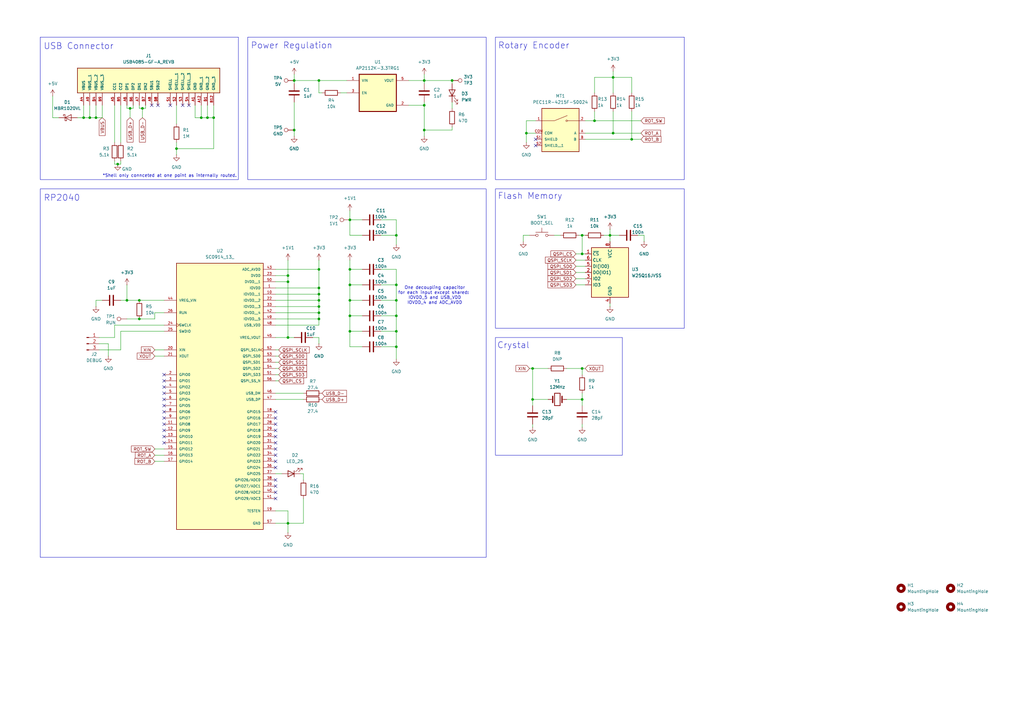
<source format=kicad_sch>
(kicad_sch (version 20231120) (generator "eeschema") (generator_version "8.0")
  (paper "A3")
  (title_block (title "RP2040 Volume Knob") (date "2024-09-22") (company "Jackson Yann"))
  (lib_symbols
    (symbol "AP2112K-3.3TRG1:AP2112K-3.3TRG1" (pin_names (offset 1.016))
      (property "Reference" "U" (at -7.663 8.6476 0))
      (property "Value" "AP2112K-3.3TRG1" (at -7.6489 -11.6507 0))
      (symbol "AP2112K-3.3TRG1_0_0"
        (pin power_in line (at -12.7 5.08 0) (length 5.08) (name "VIN") (number "1"))
        (pin power_in line (at 12.7 -5.08 180) (length 5.08) (name "GND") (number "2"))
        (pin input line (at -12.7 0 0) (length 5.08) (name "EN") (number "3"))
        (pin power_in line (at 12.7 5.08 180) (length 5.08) (name "VOUT") (number "5"))
      )
    )
    (symbol "Connector:Conn_01x03_Pin" (pin_names (offset 1.016) hide)
      (property "Reference" "J" (at 0 5.08 0))
      (property "Value" "Conn_01x03_Pin" (at 0 -5.08 0))
      (symbol "Conn_01x03_Pin_1_1"
        (pin passive line (at 5.08 2.54 180) (length 3.81) (name "Pin_1") (number "1"))
        (pin passive line (at 5.08 0 180) (length 3.81) (name "Pin_2") (number "2"))
        (pin passive line (at 5.08 -2.54 180) (length 3.81) (name "Pin_3") (number "3"))
      )
    )
    (symbol "Connector:TestPoint" (pin_numbers hide) (pin_names (offset 0.762) hide)
      (property "Reference" "TP" (at 0 6.858 0))
      (property "Value" "TestPoint" (at 0 5.08 0))
      (symbol "TestPoint_1_1"
        (pin passive line (at 0 0 90) (length 2.54) (name "1") (number "1"))
      )
    )
    (symbol "Device:C" (pin_numbers hide) (pin_names (offset 0.254))
      (property "Reference" "C" (at 0.635 2.54 0))
      (property "Value" "C" (at 0.635 -2.54 0))
      (symbol "C_1_1"
        (pin passive line (at 0 3.81 270) (length 2.794) (name "~") (number "1"))
        (pin passive line (at 0 -3.81 90) (length 2.794) (name "~") (number "2"))
      )
    )
    (symbol "Device:Crystal" (pin_numbers hide) (pin_names (offset 1.016) hide)
      (property "Reference" "Y" (at 0 3.81 0))
      (property "Value" "Crystal" (at 0 -3.81 0))
      (symbol "Crystal_1_1"
        (pin passive line (at -3.81 0 0) (length 1.27) (name "1") (number "1"))
        (pin passive line (at 3.81 0 180) (length 1.27) (name "2") (number "2"))
      )
    )
    (symbol "Device:LED" (pin_numbers hide) (pin_names (offset 1.016) hide)
      (property "Reference" "D" (at 0 2.54 0))
      (property "Value" "LED" (at 0 -2.54 0))
      (symbol "LED_1_1"
        (pin passive line (at -3.81 0 0) (length 2.54) (name "K") (number "1"))
        (pin passive line (at 3.81 0 180) (length 2.54) (name "A") (number "2"))
      )
    )
    (symbol "Device:R" (pin_numbers hide) (pin_names (offset 0))
      (property "Reference" "R" (at 2.032 0 90))
      (property "Value" "R" (at 0 0 90))
      (symbol "R_1_1"
        (pin passive line (at 0 3.81 270) (length 1.27) (name "~") (number "1"))
        (pin passive line (at 0 -3.81 90) (length 1.27) (name "~") (number "2"))
      )
    )
    (symbol "Diode:MBR1020VL" (pin_numbers hide) (pin_names hide)
      (property "Reference" "D" (at 0 2.54 0))
      (property "Value" "MBR1020VL" (at 0 -2.54 0))
      (symbol "MBR1020VL_1_1"
        (pin passive line (at -3.81 0 0) (length 2.54) (name "K") (number "1"))
        (pin passive line (at 3.81 0 180) (length 2.54) (name "A") (number "2"))
      )
    )
    (symbol "Mechanical:MountingHole" (pin_names (offset 1.016)) (exclude_from_sim yes) (in_bom no)
      (property "Reference" "H" (at 0 5.08 0))
      (property "Value" "MountingHole" (at 0 3.175 0))
    )
    (symbol "Memory_Flash:W25Q16JVSS"
      (property "Reference" "U" (at -6.35 11.43 0))
      (property "Value" "W25Q16JVSS" (at 7.62 11.43 0))
      (symbol "W25Q16JVSS_1_1"
        (pin input line (at -10.16 7.62 0) (length 2.54) (name "~{CS}") (number "1"))
        (pin bidirectional line (at -10.16 0 0) (length 2.54) (name "DO(IO1)") (number "2"))
        (pin bidirectional line (at -10.16 -2.54 0) (length 2.54) (name "IO2") (number "3"))
        (pin power_in line (at 0 -12.7 90) (length 2.54) (name "GND") (number "4"))
        (pin bidirectional line (at -10.16 2.54 0) (length 2.54) (name "DI(IO0)") (number "5"))
        (pin input line (at -10.16 5.08 0) (length 2.54) (name "CLK") (number "6"))
        (pin bidirectional line (at -10.16 -5.08 0) (length 2.54) (name "IO3") (number "7"))
        (pin power_in line (at 0 12.7 270) (length 2.54) (name "VCC") (number "8"))
      )
    )
    (symbol "PEC11R-4215F-S0024:PEC11R-4215F-S0024" (pin_names (offset 1.016))
      (property "Reference" "MT" (at -7.62 8.89 0))
      (property "Value" "PEC11R-4215F-S0024" (at -7.62 -11.43 0))
      (symbol "PEC11R-4215F-S0024_0_0"
        (pin passive line (at -10.16 2.54 0) (length 2.54) (name "~") (number "1"))
        (pin passive line (at 10.16 2.54 180) (length 2.54) (name "~") (number "2"))
        (pin passive line (at 10.16 -2.54 180) (length 2.54) (name "A") (number "A"))
        (pin passive line (at 10.16 -5.08 180) (length 2.54) (name "B") (number "B"))
        (pin passive line (at -10.16 -2.54 0) (length 2.54) (name "COM") (number "COM"))
        (pin passive line (at -10.16 -5.08 0) (length 2.54) (name "SHIELD") (number "S1"))
        (pin passive line (at -10.16 -7.62 0) (length 2.54) (name "SHIELD__1") (number "S2"))
      )
    )
    (symbol "RP2040:SC0914_13_" (pin_names (offset 1.016))
      (property "Reference" "U" (at -17.78 49.022 0))
      (property "Value" "SC0914_13_" (at -17.78 -63.5 0))
      (symbol "SC0914_13__0_0"
        (pin power_in line (at 22.86 38.1 180) (length 5.08) (name "IOVDD") (number "1"))
        (pin power_in line (at 22.86 35.56 180) (length 5.08) (name "IOVDD__1") (number "10"))
        (pin bidirectional line (at -22.86 -17.78 0) (length 5.08) (name "GPIO8") (number "11"))
        (pin bidirectional line (at -22.86 -20.32 0) (length 5.08) (name "GPIO9") (number "12"))
        (pin bidirectional line (at -22.86 -22.86 0) (length 5.08) (name "GPIO10") (number "13"))
        (pin bidirectional line (at -22.86 -25.4 0) (length 5.08) (name "GPIO11") (number "14"))
        (pin bidirectional line (at -22.86 -27.94 0) (length 5.08) (name "GPIO12") (number "15"))
        (pin bidirectional line (at -22.86 -30.48 0) (length 5.08) (name "GPIO13") (number "16"))
        (pin bidirectional line (at -22.86 -33.02 0) (length 5.08) (name "GPIO14") (number "17"))
        (pin bidirectional line (at 22.86 -12.7 180) (length 5.08) (name "GPIO15") (number "18"))
        (pin passive line (at 22.86 -53.34 180) (length 5.08) (name "TESTEN") (number "19"))
        (pin bidirectional line (at -22.86 2.54 0) (length 5.08) (name "GPIO0") (number "2"))
        (pin input line (at -22.86 12.7 0) (length 5.08) (name "XIN") (number "20"))
        (pin output line (at -22.86 10.16 0) (length 5.08) (name "XOUT") (number "21"))
        (pin power_in line (at 22.86 33.02 180) (length 5.08) (name "IOVDD__2") (number "22"))
        (pin power_in line (at 22.86 43.18 180) (length 5.08) (name "DVDD") (number "23"))
        (pin input clock (at -22.86 22.86 0) (length 5.08) (name "SWCLK") (number "24"))
        (pin bidirectional line (at -22.86 20.32 0) (length 5.08) (name "SWDIO") (number "25"))
        (pin input line (at -22.86 27.94 0) (length 5.08) (name "RUN") (number "26"))
        (pin bidirectional line (at 22.86 -15.24 180) (length 5.08) (name "GPIO16") (number "27"))
        (pin bidirectional line (at 22.86 -17.78 180) (length 5.08) (name "GPIO17") (number "28"))
        (pin bidirectional line (at 22.86 -20.32 180) (length 5.08) (name "GPIO18") (number "29"))
        (pin bidirectional line (at -22.86 0 0) (length 5.08) (name "GPIO1") (number "3"))
        (pin bidirectional line (at 22.86 -22.86 180) (length 5.08) (name "GPIO19") (number "30"))
        (pin bidirectional line (at 22.86 -25.4 180) (length 5.08) (name "GPIO20") (number "31"))
        (pin bidirectional line (at 22.86 -27.94 180) (length 5.08) (name "GPIO21") (number "32"))
        (pin power_in line (at 22.86 30.48 180) (length 5.08) (name "IOVDD__3") (number "33"))
        (pin bidirectional line (at 22.86 -30.48 180) (length 5.08) (name "GPIO22") (number "34"))
        (pin bidirectional line (at 22.86 -33.02 180) (length 5.08) (name "GPIO23") (number "35"))
        (pin bidirectional line (at 22.86 -35.56 180) (length 5.08) (name "GPIO24") (number "36"))
        (pin bidirectional line (at 22.86 -38.1 180) (length 5.08) (name "GPIO25") (number "37"))
        (pin bidirectional line (at 22.86 -40.64 180) (length 5.08) (name "GPIO26/ADC0") (number "38"))
        (pin bidirectional line (at 22.86 -43.18 180) (length 5.08) (name "GPIO27/ADC1") (number "39"))
        (pin bidirectional line (at -22.86 -2.54 0) (length 5.08) (name "GPIO2") (number "4"))
        (pin bidirectional line (at 22.86 -45.72 180) (length 5.08) (name "GPIO28/ADC2") (number "40"))
        (pin bidirectional line (at 22.86 -48.26 180) (length 5.08) (name "GPIO29/ADC3") (number "41"))
        (pin power_in line (at 22.86 27.94 180) (length 5.08) (name "IOVDD__4") (number "42"))
        (pin power_in line (at 22.86 45.72 180) (length 5.08) (name "ADC_AVDD") (number "43"))
        (pin input line (at -22.86 33.02 0) (length 5.08) (name "VREG_VIN") (number "44"))
        (pin output line (at 22.86 17.78 180) (length 5.08) (name "VREG_VOUT") (number "45"))
        (pin bidirectional line (at 22.86 -5.08 180) (length 5.08) (name "USB_DM") (number "46"))
        (pin bidirectional line (at 22.86 -7.62 180) (length 5.08) (name "USB_DP") (number "47"))
        (pin power_in line (at 22.86 22.86 180) (length 5.08) (name "USB_VDD") (number "48"))
        (pin power_in line (at 22.86 25.4 180) (length 5.08) (name "IOVDD__5") (number "49"))
        (pin bidirectional line (at -22.86 -5.08 0) (length 5.08) (name "GPIO3") (number "5"))
        (pin power_in line (at 22.86 40.64 180) (length 5.08) (name "DVDD__1") (number "50"))
        (pin bidirectional line (at 22.86 2.54 180) (length 5.08) (name "QSPI_SD3") (number "51"))
        (pin bidirectional clock (at 22.86 12.7 180) (length 5.08) (name "QSPI_SCLK") (number "52"))
        (pin bidirectional line (at 22.86 10.16 180) (length 5.08) (name "QSPI_SD0") (number "53"))
        (pin bidirectional line (at 22.86 5.08 180) (length 5.08) (name "QSPI_SD2") (number "54"))
        (pin bidirectional line (at 22.86 7.62 180) (length 5.08) (name "QSPI_SD1") (number "55"))
        (pin bidirectional line (at 22.86 0 180) (length 5.08) (name "QSPI_SS_N") (number "56"))
        (pin power_in line (at 22.86 -58.42 180) (length 5.08) (name "GND") (number "57"))
        (pin bidirectional line (at -22.86 -7.62 0) (length 5.08) (name "GPIO4") (number "6"))
        (pin bidirectional line (at -22.86 -10.16 0) (length 5.08) (name "GPIO5") (number "7"))
        (pin bidirectional line (at -22.86 -12.7 0) (length 5.08) (name "GPIO6") (number "8"))
        (pin bidirectional line (at -22.86 -15.24 0) (length 5.08) (name "GPIO7") (number "9"))
      )
    )
    (symbol "Switch:SW_Push" (pin_numbers hide) (pin_names (offset 1.016) hide)
      (property "Reference" "SW" (at 1.27 2.54 0))
      (property "Value" "SW_Push" (at 0 -1.524 0))
      (symbol "SW_Push_0_1"
        (pin passive line (at -5.08 0 0) (length 2.54) (name "1") (number "1"))
        (pin passive line (at 5.08 0 180) (length 2.54) (name "2") (number "2"))
      )
    )
    (symbol "USB4085-GF-A_REVB:USB4085-GF-A_REVB" (pin_names (offset 1.016))
      (property "Reference" "J" (at -5.08 18.288 0))
      (property "Value" "USB4085-GF-A_REVB" (at -5.08 -43.18 0))
      (symbol "USB4085-GF-A_REVB_0_0"
        (pin power_in line (at -10.16 -30.48 0) (length 5.08) (name "GND") (number "A1"))
        (pin power_in line (at -10.16 -33.02 0) (length 5.08) (name "GND__1") (number "A12"))
        (pin power_in line (at -10.16 15.24 0) (length 5.08) (name "VBUS") (number "A4"))
        (pin bidirectional line (at -10.16 2.54 0) (length 5.08) (name "CC1") (number "A5"))
        (pin bidirectional line (at -10.16 -2.54 0) (length 5.08) (name "DP1") (number "A6"))
        (pin bidirectional line (at -10.16 -7.62 0) (length 5.08) (name "DN1") (number "A7"))
        (pin bidirectional line (at -10.16 -12.7 0) (length 5.08) (name "SBU1") (number "A8"))
        (pin power_in line (at -10.16 12.7 0) (length 5.08) (name "VBUS__1") (number "A9"))
        (pin power_in line (at -10.16 -35.56 0) (length 5.08) (name "GND__2") (number "B1"))
        (pin power_in line (at -10.16 -38.1 0) (length 5.08) (name "GND__3") (number "B12"))
        (pin power_in line (at -10.16 10.16 0) (length 5.08) (name "VBUS__2") (number "B4"))
        (pin bidirectional line (at -10.16 0 0) (length 5.08) (name "CC2") (number "B5"))
        (pin bidirectional line (at -10.16 -5.08 0) (length 5.08) (name "DP2") (number "B6"))
        (pin bidirectional line (at -10.16 -10.16 0) (length 5.08) (name "DN2") (number "B7"))
        (pin bidirectional line (at -10.16 -15.24 0) (length 5.08) (name "SBU2") (number "B8"))
        (pin power_in line (at -10.16 7.62 0) (length 5.08) (name "VBUS__3") (number "B9"))
        (pin passive line (at -10.16 -20.32 0) (length 5.08) (name "SHELL") (number "S1"))
        (pin passive line (at -10.16 -22.86 0) (length 5.08) (name "SHELL__1") (number "S2"))
        (pin passive line (at -10.16 -25.4 0) (length 5.08) (name "SHELL__2") (number "S3"))
        (pin passive line (at -10.16 -27.94 0) (length 5.08) (name "SHELL__3") (number "S4"))
      )
    )
    (symbol "power:+1V1" (power) (pin_numbers hide) (pin_names (offset 0) hide)
      (property "Value" "+1V1" (at 0 3.556 0))
      (symbol "+1V1_1_1"
        (pin power_in line (at 0 0 90) (length 0) (name "~") (number "1"))
      )
    )
    (symbol "power:+3V3" (power) (pin_numbers hide) (pin_names (offset 0) hide)
      (property "Value" "+3V3" (at 0 3.556 0))
      (symbol "+3V3_1_1"
        (pin power_in line (at 0 0 90) (length 0) (name "~") (number "1"))
      )
    )
    (symbol "power:+5V" (power) (pin_numbers hide) (pin_names (offset 0) hide)
      (property "Value" "+5V" (at 0 3.556 0))
      (symbol "+5V_1_1"
        (pin power_in line (at 0 0 90) (length 0) (name "~") (number "1"))
      )
    )
    (symbol "power:GND" (power) (pin_numbers hide) (pin_names (offset 0) hide)
      (property "Value" "GND" (at 0 -3.81 0))
      (symbol "GND_1_1"
        (pin power_in line (at 0 0 270) (length 0) (name "~") (number "1"))
      )
    )
  )
  (junction (at 57.15 123.19))
  (junction (at 250.19 96.52))
  (junction (at 143.51 123.19))
  (junction (at 238.76 151.13))
  (junction (at 238.76 163.83))
  (junction (at 162.56 129.54))
  (junction (at 87.63 48.26))
  (junction (at 130.81 123.19))
  (junction (at 238.76 104.14))
  (junction (at 173.99 53.34))
  (junction (at 130.81 110.49))
  (junction (at 72.39 60.96))
  (junction (at 130.81 128.27))
  (junction (at 48.26 67.31))
  (junction (at 82.55 48.26))
  (junction (at 218.44 151.13))
  (junction (at 218.44 163.83))
  (junction (at 143.51 110.49))
  (junction (at 130.81 130.81))
  (junction (at 120.65 33.02))
  (junction (at 251.46 31.75))
  (junction (at 53.34 44.45))
  (junction (at 52.07 123.19))
  (junction (at 118.11 115.57))
  (junction (at 143.51 129.54))
  (junction (at 39.37 48.26))
  (junction (at 143.51 135.89))
  (junction (at 185.42 33.02))
  (junction (at 130.81 33.02))
  (junction (at 162.56 142.24))
  (junction (at 162.56 135.89))
  (junction (at 259.08 57.15))
  (junction (at 130.81 120.65))
  (junction (at 238.76 96.52))
  (junction (at 118.11 113.03))
  (junction (at 34.29 48.26))
  (junction (at 162.56 96.52))
  (junction (at 118.11 214.63))
  (junction (at 130.81 118.11))
  (junction (at 58.42 44.45))
  (junction (at 173.99 43.18))
  (junction (at 162.56 116.84))
  (junction (at 143.51 90.17))
  (junction (at 118.11 138.43))
  (junction (at 57.15 130.81))
  (junction (at 85.09 48.26))
  (junction (at 162.56 123.19))
  (junction (at 215.9 54.61))
  (junction (at 251.46 54.61))
  (junction (at 243.84 49.53))
  (junction (at 120.65 53.34))
  (junction (at 173.99 33.02))
  (junction (at 130.81 125.73))
  (junction (at 143.51 116.84))
  (junction (at 36.83 48.26))
  (no_connect (at 67.31 163.83))
  (no_connect (at 219.71 59.69))
  (no_connect (at 113.03 189.23))
  (no_connect (at 67.31 168.91))
  (no_connect (at 113.03 179.07))
  (no_connect (at 67.31 181.61))
  (no_connect (at 113.03 181.61))
  (no_connect (at 67.31 158.75))
  (no_connect (at 67.31 161.29))
  (no_connect (at 113.03 186.69))
  (no_connect (at 67.31 173.99))
  (no_connect (at 62.23 43.18))
  (no_connect (at 219.71 57.15))
  (no_connect (at 69.85 43.18))
  (no_connect (at 113.03 191.77))
  (no_connect (at 113.03 176.53))
  (no_connect (at 113.03 201.93))
  (no_connect (at 113.03 171.45))
  (no_connect (at 67.31 176.53))
  (no_connect (at 67.31 156.21))
  (no_connect (at 67.31 179.07))
  (no_connect (at 67.31 171.45))
  (no_connect (at 113.03 173.99))
  (no_connect (at 113.03 184.15))
  (no_connect (at 64.77 43.18))
  (no_connect (at 77.47 43.18))
  (no_connect (at 113.03 196.85))
  (no_connect (at 113.03 168.91))
  (no_connect (at 74.93 43.18))
  (no_connect (at 67.31 153.67))
  (no_connect (at 113.03 199.39))
  (no_connect (at 113.03 204.47))
  (no_connect (at 67.31 166.37))
  (wire (pts (xy 36.83 48.26) (xy 39.37 48.26)))
  (wire (pts (xy 113.03 163.83) (xy 124.46 163.83)))
  (wire (pts (xy 232.41 163.83) (xy 238.76 163.83)))
  (wire (pts (xy 259.08 31.75) (xy 259.08 38.1)))
  (wire (pts (xy 113.03 148.59) (xy 114.3 148.59)))
  (wire (pts (xy 259.08 45.72) (xy 259.08 57.15)))
  (wire (pts (xy 53.34 44.45) (xy 53.34 48.26)))
  (wire (pts (xy 250.19 124.46) (xy 250.19 125.73)))
  (wire (pts (xy 46.99 43.18) (xy 46.99 58.42)))
  (wire (pts (xy 120.65 30.48) (xy 120.65 33.02)))
  (wire (pts (xy 250.19 96.52) (xy 250.19 99.06)))
  (wire (pts (xy 52.07 123.19) (xy 57.15 123.19)))
  (wire (pts (xy 113.03 146.05) (xy 114.3 146.05)))
  (wire (pts (xy 130.81 38.1) (xy 130.81 33.02)))
  (wire (pts (xy 113.03 133.35) (xy 130.81 133.35)))
  (wire (pts (xy 185.42 34.29) (xy 185.42 33.02)))
  (wire (pts (xy 143.51 135.89) (xy 148.59 135.89)))
  (wire (pts (xy 143.51 135.89) (xy 143.51 142.24)))
  (wire (pts (xy 113.03 115.57) (xy 118.11 115.57)))
  (wire (pts (xy 214.63 96.52) (xy 217.17 96.52)))
  (wire (pts (xy 49.53 43.18) (xy 49.53 58.42)))
  (wire (pts (xy 58.42 44.45) (xy 58.42 48.26)))
  (wire (pts (xy 238.76 151.13) (xy 238.76 153.67)))
  (wire (pts (xy 46.99 67.31) (xy 48.26 67.31)))
  (wire (pts (xy 227.33 96.52) (xy 229.87 96.52)))
  (wire (pts (xy 72.39 43.18) (xy 72.39 50.8)))
  (wire (pts (xy 143.51 129.54) (xy 148.59 129.54)))
  (wire (pts (xy 218.44 163.83) (xy 218.44 166.37)))
  (wire (pts (xy 44.45 140.97) (xy 40.64 140.97)))
  (wire (pts (xy 250.19 96.52) (xy 254 96.52)))
  (wire (pts (xy 243.84 31.75) (xy 243.84 38.1)))
  (wire (pts (xy 130.81 128.27) (xy 130.81 125.73)))
  (wire (pts (xy 185.42 41.91) (xy 185.42 44.45)))
  (wire (pts (xy 173.99 53.34) (xy 173.99 55.88)))
  (wire (pts (xy 250.19 93.98) (xy 250.19 96.52)))
  (wire (pts (xy 85.09 43.18) (xy 85.09 48.26)))
  (wire (pts (xy 39.37 123.19) (xy 41.91 123.19)))
  (wire (pts (xy 185.42 33.02) (xy 173.99 33.02)))
  (wire (pts (xy 238.76 151.13) (xy 240.03 151.13)))
  (wire (pts (xy 113.03 143.51) (xy 114.3 143.51)))
  (wire (pts (xy 41.91 48.26) (xy 41.91 43.18)))
  (wire (pts (xy 173.99 30.48) (xy 173.99 33.02)))
  (wire (pts (xy 251.46 54.61) (xy 240.03 54.61)))
  (wire (pts (xy 46.99 66.04) (xy 46.99 67.31)))
  (wire (pts (xy 87.63 48.26) (xy 87.63 43.18)))
  (wire (pts (xy 57.15 123.19) (xy 67.31 123.19)))
  (wire (pts (xy 162.56 90.17) (xy 162.56 96.52)))
  (wire (pts (xy 251.46 29.21) (xy 251.46 31.75)))
  (wire (pts (xy 130.81 110.49) (xy 130.81 106.68)))
  (wire (pts (xy 218.44 151.13) (xy 218.44 163.83)))
  (wire (pts (xy 167.64 43.18) (xy 173.99 43.18)))
  (wire (pts (xy 143.51 90.17) (xy 148.59 90.17)))
  (wire (pts (xy 72.39 60.96) (xy 72.39 58.42)))
  (wire (pts (xy 31.75 48.26) (xy 34.29 48.26)))
  (wire (pts (xy 48.26 67.31) (xy 49.53 67.31)))
  (wire (pts (xy 238.76 104.14) (xy 240.03 104.14)))
  (wire (pts (xy 251.46 54.61) (xy 262.89 54.61)))
  (wire (pts (xy 243.84 49.53) (xy 262.89 49.53)))
  (wire (pts (xy 143.51 96.52) (xy 148.59 96.52)))
  (wire (pts (xy 215.9 49.53) (xy 219.71 49.53)))
  (wire (pts (xy 124.46 214.63) (xy 118.11 214.63)))
  (wire (pts (xy 218.44 151.13) (xy 224.79 151.13)))
  (wire (pts (xy 264.16 96.52) (xy 261.62 96.52)))
  (wire (pts (xy 232.41 151.13) (xy 238.76 151.13)))
  (wire (pts (xy 243.84 31.75) (xy 251.46 31.75)))
  (wire (pts (xy 238.76 96.52) (xy 240.03 96.52)))
  (wire (pts (xy 120.65 33.02) (xy 120.65 34.29)))
  (wire (pts (xy 143.51 123.19) (xy 148.59 123.19)))
  (wire (pts (xy 113.03 194.31) (xy 115.57 194.31)))
  (wire (pts (xy 156.21 129.54) (xy 162.56 129.54)))
  (wire (pts (xy 118.11 214.63) (xy 118.11 218.44)))
  (wire (pts (xy 215.9 58.42) (xy 215.9 54.61)))
  (wire (pts (xy 143.51 129.54) (xy 143.51 135.89)))
  (wire (pts (xy 63.5 186.69) (xy 67.31 186.69)))
  (wire (pts (xy 113.03 130.81) (xy 130.81 130.81)))
  (wire (pts (xy 118.11 209.55) (xy 118.11 214.63)))
  (wire (pts (xy 173.99 33.02) (xy 173.99 34.29)))
  (wire (pts (xy 156.21 116.84) (xy 162.56 116.84)))
  (wire (pts (xy 113.03 125.73) (xy 130.81 125.73)))
  (wire (pts (xy 80.01 48.26) (xy 82.55 48.26)))
  (wire (pts (xy 162.56 135.89) (xy 162.56 142.24)))
  (wire (pts (xy 63.5 128.27) (xy 67.31 128.27)))
  (wire (pts (xy 63.5 143.51) (xy 67.31 143.51)))
  (wire (pts (xy 80.01 43.18) (xy 80.01 48.26)))
  (wire (pts (xy 40.64 138.43) (xy 46.99 138.43)))
  (wire (pts (xy 57.15 130.81) (xy 63.5 130.81)))
  (wire (pts (xy 58.42 44.45) (xy 57.15 44.45)))
  (wire (pts (xy 49.53 143.51) (xy 40.64 143.51)))
  (wire (pts (xy 143.51 123.19) (xy 143.51 129.54)))
  (wire (pts (xy 238.76 161.29) (xy 238.76 163.83)))
  (wire (pts (xy 173.99 41.91) (xy 173.99 43.18)))
  (wire (pts (xy 63.5 130.81) (xy 63.5 128.27)))
  (wire (pts (xy 118.11 106.68) (xy 118.11 113.03)))
  (wire (pts (xy 218.44 173.99) (xy 218.44 175.26)))
  (wire (pts (xy 156.21 123.19) (xy 162.56 123.19)))
  (wire (pts (xy 156.21 110.49) (xy 162.56 110.49)))
  (wire (pts (xy 46.99 133.35) (xy 67.31 133.35)))
  (wire (pts (xy 162.56 110.49) (xy 162.56 116.84)))
  (wire (pts (xy 113.03 156.21) (xy 114.3 156.21)))
  (wire (pts (xy 113.03 161.29) (xy 124.46 161.29)))
  (wire (pts (xy 243.84 49.53) (xy 240.03 49.53)))
  (wire (pts (xy 113.03 110.49) (xy 130.81 110.49)))
  (wire (pts (xy 113.03 118.11) (xy 130.81 118.11)))
  (wire (pts (xy 87.63 48.26) (xy 87.63 60.96)))
  (wire (pts (xy 49.53 135.89) (xy 49.53 143.51)))
  (wire (pts (xy 120.65 41.91) (xy 120.65 53.34)))
  (wire (pts (xy 85.09 48.26) (xy 87.63 48.26)))
  (wire (pts (xy 46.99 138.43) (xy 46.99 133.35)))
  (wire (pts (xy 259.08 57.15) (xy 262.89 57.15)))
  (wire (pts (xy 130.81 133.35) (xy 130.81 130.81)))
  (wire (pts (xy 143.51 86.36) (xy 143.51 90.17)))
  (wire (pts (xy 214.63 99.06) (xy 214.63 96.52)))
  (wire (pts (xy 120.65 53.34) (xy 120.65 55.88)))
  (wire (pts (xy 236.22 109.22) (xy 240.03 109.22)))
  (wire (pts (xy 236.22 116.84) (xy 240.03 116.84)))
  (wire (pts (xy 120.65 33.02) (xy 130.81 33.02)))
  (wire (pts (xy 87.63 60.96) (xy 72.39 60.96)))
  (wire (pts (xy 215.9 54.61) (xy 219.71 54.61)))
  (wire (pts (xy 44.45 146.05) (xy 44.45 140.97)))
  (wire (pts (xy 21.59 39.37) (xy 21.59 48.26)))
  (wire (pts (xy 21.59 48.26) (xy 24.13 48.26)))
  (wire (pts (xy 162.56 142.24) (xy 162.56 147.32)))
  (wire (pts (xy 130.81 123.19) (xy 130.81 120.65)))
  (wire (pts (xy 236.22 114.3) (xy 240.03 114.3)))
  (wire (pts (xy 63.5 146.05) (xy 67.31 146.05)))
  (wire (pts (xy 238.76 96.52) (xy 238.76 104.14)))
  (wire (pts (xy 118.11 138.43) (xy 113.03 138.43)))
  (wire (pts (xy 57.15 44.45) (xy 57.15 43.18)))
  (wire (pts (xy 162.56 116.84) (xy 162.56 123.19)))
  (wire (pts (xy 130.81 120.65) (xy 130.81 118.11)))
  (wire (pts (xy 49.53 135.89) (xy 67.31 135.89)))
  (wire (pts (xy 236.22 111.76) (xy 240.03 111.76)))
  (wire (pts (xy 36.83 43.18) (xy 36.83 48.26)))
  (wire (pts (xy 49.53 67.31) (xy 49.53 66.04)))
  (wire (pts (xy 130.81 125.73) (xy 130.81 123.19)))
  (wire (pts (xy 118.11 138.43) (xy 120.65 138.43)))
  (wire (pts (xy 156.21 135.89) (xy 162.56 135.89)))
  (wire (pts (xy 251.46 31.75) (xy 251.46 38.1)))
  (wire (pts (xy 143.51 110.49) (xy 148.59 110.49)))
  (wire (pts (xy 82.55 48.26) (xy 85.09 48.26)))
  (wire (pts (xy 59.69 44.45) (xy 58.42 44.45)))
  (wire (pts (xy 185.42 52.07) (xy 185.42 53.34)))
  (wire (pts (xy 162.56 96.52) (xy 162.56 100.33)))
  (wire (pts (xy 218.44 163.83) (xy 224.79 163.83)))
  (wire (pts (xy 162.56 123.19) (xy 162.56 129.54)))
  (wire (pts (xy 237.49 96.52) (xy 238.76 96.52)))
  (wire (pts (xy 130.81 33.02) (xy 142.24 33.02)))
  (wire (pts (xy 238.76 163.83) (xy 238.76 166.37)))
  (wire (pts (xy 251.46 31.75) (xy 259.08 31.75)))
  (wire (pts (xy 143.51 142.24) (xy 148.59 142.24)))
  (wire (pts (xy 130.81 38.1) (xy 132.08 38.1)))
  (wire (pts (xy 167.64 33.02) (xy 173.99 33.02)))
  (wire (pts (xy 173.99 43.18) (xy 173.99 53.34)))
  (wire (pts (xy 118.11 113.03) (xy 118.11 115.57)))
  (wire (pts (xy 217.17 151.13) (xy 218.44 151.13)))
  (wire (pts (xy 49.53 123.19) (xy 52.07 123.19)))
  (wire (pts (xy 123.19 194.31) (xy 124.46 194.31)))
  (wire (pts (xy 124.46 204.47) (xy 124.46 214.63)))
  (wire (pts (xy 130.81 118.11) (xy 130.81 110.49)))
  (wire (pts (xy 113.03 123.19) (xy 130.81 123.19)))
  (wire (pts (xy 156.21 90.17) (xy 162.56 90.17)))
  (wire (pts (xy 143.51 116.84) (xy 143.51 123.19)))
  (wire (pts (xy 215.9 54.61) (xy 215.9 49.53)))
  (wire (pts (xy 143.51 106.68) (xy 143.51 110.49)))
  (wire (pts (xy 124.46 194.31) (xy 124.46 196.85)))
  (wire (pts (xy 156.21 96.52) (xy 162.56 96.52)))
  (wire (pts (xy 143.51 116.84) (xy 148.59 116.84)))
  (wire (pts (xy 143.51 110.49) (xy 143.51 116.84)))
  (wire (pts (xy 236.22 104.14) (xy 238.76 104.14)))
  (wire (pts (xy 251.46 45.72) (xy 251.46 54.61)))
  (wire (pts (xy 52.07 130.81) (xy 57.15 130.81)))
  (wire (pts (xy 34.29 43.18) (xy 34.29 48.26)))
  (wire (pts (xy 130.81 138.43) (xy 128.27 138.43)))
  (wire (pts (xy 162.56 129.54) (xy 162.56 135.89)))
  (wire (pts (xy 39.37 48.26) (xy 41.91 48.26)))
  (wire (pts (xy 54.61 43.18) (xy 54.61 44.45)))
  (wire (pts (xy 185.42 53.34) (xy 173.99 53.34)))
  (wire (pts (xy 264.16 99.06) (xy 264.16 96.52)))
  (wire (pts (xy 63.5 189.23) (xy 67.31 189.23)))
  (wire (pts (xy 236.22 106.68) (xy 240.03 106.68)))
  (wire (pts (xy 118.11 214.63) (xy 113.03 214.63)))
  (wire (pts (xy 243.84 45.72) (xy 243.84 49.53)))
  (wire (pts (xy 63.5 184.15) (xy 67.31 184.15)))
  (wire (pts (xy 113.03 128.27) (xy 130.81 128.27)))
  (wire (pts (xy 113.03 120.65) (xy 130.81 120.65)))
  (wire (pts (xy 143.51 90.17) (xy 143.51 96.52)))
  (wire (pts (xy 139.7 38.1) (xy 142.24 38.1)))
  (wire (pts (xy 59.69 43.18) (xy 59.69 44.45)))
  (wire (pts (xy 39.37 43.18) (xy 39.37 48.26)))
  (wire (pts (xy 130.81 140.97) (xy 130.81 138.43)))
  (wire (pts (xy 82.55 43.18) (xy 82.55 48.26)))
  (wire (pts (xy 113.03 113.03) (xy 118.11 113.03)))
  (wire (pts (xy 34.29 48.26) (xy 36.83 48.26)))
  (wire (pts (xy 53.34 44.45) (xy 52.07 44.45)))
  (wire (pts (xy 118.11 115.57) (xy 118.11 138.43)))
  (wire (pts (xy 113.03 151.13) (xy 114.3 151.13)))
  (wire (pts (xy 54.61 44.45) (xy 53.34 44.45)))
  (wire (pts (xy 238.76 173.99) (xy 238.76 175.26)))
  (wire (pts (xy 39.37 125.73) (xy 39.37 123.19)))
  (wire (pts (xy 52.07 116.84) (xy 52.07 123.19)))
  (wire (pts (xy 259.08 57.15) (xy 240.03 57.15)))
  (wire (pts (xy 72.39 60.96) (xy 72.39 63.5)))
  (wire (pts (xy 156.21 142.24) (xy 162.56 142.24)))
  (wire (pts (xy 247.65 96.52) (xy 250.19 96.52)))
  (wire (pts (xy 113.03 153.67) (xy 114.3 153.67)))
  (wire (pts (xy 113.03 209.55) (xy 118.11 209.55)))
  (wire (pts (xy 130.81 130.81) (xy 130.81 128.27)))
  (wire (pts (xy 52.07 44.45) (xy 52.07 43.18)))
  (rectangle (start 203.2 138.43) (end 255.27 186.69))
  (rectangle (start 203.2 77.47) (end 280.67 134.62))
  (rectangle (start 101.6 15.24) (end 199.39 73.66))
  (rectangle (start 16.51 15.24) (end 97.79 73.66))
  (rectangle (start 203.2 15.24) (end 280.67 73.66))
  (rectangle (start 16.51 77.47) (end 199.39 228.6))
  (text "One decoupling capacitor\nfor each input except shared: \nIOVDD_5 and USB_VDD\nIOVDD_4 and ADC_AVDD" (at 178.308 121.158 0) (effects (font (size 1.27 1.27))))
  (text "Rotary Encoder" (at 218.948 18.796 0) (effects (font (size 2.54 2.54))))
  (text "RP2040" (at 25.4 81.28 0) (effects (font (size 2.54 2.54))))
  (text "Power Regulation" (at 119.634 18.796 0) (effects (font (size 2.54 2.54))))
  (text "Flash Memory" (at 217.424 80.518 0) (effects (font (size 2.54 2.54))))
  (text "USB Connector" (at 32.258 19.05 0) (effects (font (size 2.54 2.54))))
  (text "*Shell only connceted at one point as internally routed." (at 69.596 72.136 0) (effects (font (size 1.27 1.27))))
  (text "Crystal" (at 210.566 141.732 0) (effects (font (size 2.54 2.54))))
  (global_label "QSPI_SCLK" (shape input) (at 236.22 106.68 180) (property "Intersheetrefs" "${INTERSHEET_REFS}" (effects (hide yes))))
  (global_label "USB_D+" (shape input) (at 132.08 163.83 0) (property "Intersheetrefs" "${INTERSHEET_REFS}" (effects (hide yes))))
  (global_label "QSPI_SD2" (shape input) (at 114.3 151.13 0) (property "Intersheetrefs" "${INTERSHEET_REFS}" (effects (hide yes))))
  (global_label "USB_D+" (shape input) (at 53.34 48.26 270) (property "Intersheetrefs" "${INTERSHEET_REFS}" (effects (hide yes))))
  (global_label "ROT_B" (shape input) (at 262.89 57.15 0) (property "Intersheetrefs" "${INTERSHEET_REFS}" (effects (hide yes))))
  (global_label "QSPI_SCLK" (shape input) (at 114.3 143.51 0) (property "Intersheetrefs" "${INTERSHEET_REFS}" (effects (hide yes))))
  (global_label "ROT_SW" (shape input) (at 63.5 184.15 180) (property "Intersheetrefs" "${INTERSHEET_REFS}" (effects (hide yes))))
  (global_label "QSPI_CS" (shape input) (at 114.3 156.21 0) (property "Intersheetrefs" "${INTERSHEET_REFS}" (effects (hide yes))))
  (global_label "XOUT" (shape input) (at 63.5 146.05 180) (property "Intersheetrefs" "${INTERSHEET_REFS}" (effects (hide yes))))
  (global_label "XOUT" (shape input) (at 240.03 151.13 0) (property "Intersheetrefs" "${INTERSHEET_REFS}" (effects (hide yes))))
  (global_label "XIN" (shape input) (at 217.17 151.13 180) (property "Intersheetrefs" "${INTERSHEET_REFS}" (effects (hide yes))))
  (global_label "USB_D-" (shape input) (at 132.08 161.29 0) (property "Intersheetrefs" "${INTERSHEET_REFS}" (effects (hide yes))))
  (global_label "QSPI_SD0" (shape input) (at 236.22 109.22 180) (property "Intersheetrefs" "${INTERSHEET_REFS}" (effects (hide yes))))
  (global_label "XIN" (shape input) (at 63.5 143.51 180) (property "Intersheetrefs" "${INTERSHEET_REFS}" (effects (hide yes))))
  (global_label "ROT_A" (shape input) (at 63.5 186.69 180) (property "Intersheetrefs" "${INTERSHEET_REFS}" (effects (hide yes))))
  (global_label "VBUS" (shape input) (at 41.91 48.26 270) (property "Intersheetrefs" "${INTERSHEET_REFS}" (effects (hide yes))))
  (global_label "QSPI_SD0" (shape input) (at 114.3 146.05 0) (property "Intersheetrefs" "${INTERSHEET_REFS}" (effects (hide yes))))
  (global_label "QSPI_CS" (shape input) (at 236.22 104.14 180) (property "Intersheetrefs" "${INTERSHEET_REFS}" (effects (hide yes))))
  (global_label "QSPI_SD1" (shape input) (at 114.3 148.59 0) (property "Intersheetrefs" "${INTERSHEET_REFS}" (effects (hide yes))))
  (global_label "USB_D-" (shape input) (at 58.42 48.26 270) (property "Intersheetrefs" "${INTERSHEET_REFS}" (effects (hide yes))))
  (global_label "QSPI_SD2" (shape input) (at 236.22 114.3 180) (property "Intersheetrefs" "${INTERSHEET_REFS}" (effects (hide yes))))
  (global_label "QSPI_SD1" (shape input) (at 236.22 111.76 180) (property "Intersheetrefs" "${INTERSHEET_REFS}" (effects (hide yes))))
  (global_label "QSPI_SD3" (shape input) (at 114.3 153.67 0) (property "Intersheetrefs" "${INTERSHEET_REFS}" (effects (hide yes))))
  (global_label "ROT_A" (shape input) (at 262.89 54.61 0) (property "Intersheetrefs" "${INTERSHEET_REFS}" (effects (hide yes))))
  (global_label "ROT_B" (shape input) (at 63.5 189.23 180) (property "Intersheetrefs" "${INTERSHEET_REFS}" (effects (hide yes))))
  (global_label "QSPI_SD3" (shape input) (at 236.22 116.84 180) (property "Intersheetrefs" "${INTERSHEET_REFS}" (effects (hide yes))))
  (global_label "ROT_SW" (shape input) (at 262.89 49.53 0) (property "Intersheetrefs" "${INTERSHEET_REFS}" (effects (hide yes))))
  (symbol (lib_id "Device:C") (at 152.4 142.24 90) (unit 1)
    (property "Reference" "C8" (at 156.21 138.43 90))
    (property "Value" "100n" (at 156.21 140.97 90))
    (property "Footprint" "Capacitor_SMD:C_0603_1608Metric_Pad1.08x0.95mm_HandSolder" (effects (hide yes)))
    (property "Description" "Unpolarized capacitor" (effects (hide yes)))
  )
  (symbol (lib_id "Device:R") (at 128.27 163.83 90) (unit 1)
    (property "Reference" "R10" (at 128.27 166.116 90))
    (property "Value" "27.4" (at 128.27 168.656 90))
    (property "Footprint" "Resistor_SMD:R_0603_1608Metric_Pad0.98x0.95mm_HandSolder" (effects (hide yes)))
    (property "Description" "Resistor" (effects (hide yes)))
  )
  (symbol (lib_id "Connector:TestPoint") (at 143.51 90.17 90) (unit 1)
    (property "Reference" "TP2" (at 136.906 89.154 90))
    (property "Value" "1V1" (at 136.906 91.694 90))
    (property "Footprint" "TestPoint:TestPoint_Pad_D1.5mm" (effects (hide yes)))
    (property "Description" "test point" (effects (hide yes)))
  )
  (symbol (lib_id "Device:C") (at 152.4 110.49 90) (unit 1)
    (property "Reference" "C3" (at 156.21 106.68 90))
    (property "Value" "100n" (at 156.21 109.22 90))
    (property "Footprint" "Capacitor_SMD:C_0603_1608Metric_Pad1.08x0.95mm_HandSolder" (effects (hide yes)))
    (property "Description" "Unpolarized capacitor" (effects (hide yes)))
  )
  (symbol (lib_id "Device:C") (at 152.4 116.84 90) (unit 1)
    (property "Reference" "C4" (at 156.21 113.03 90))
    (property "Value" "100n" (at 156.21 115.57 90))
    (property "Footprint" "Capacitor_SMD:C_0603_1608Metric_Pad1.08x0.95mm_HandSolder" (effects (hide yes)))
    (property "Description" "Unpolarized capacitor" (effects (hide yes)))
  )
  (symbol (lib_id "power:GND") (at 162.56 100.33 0) (unit 1)
    (property "Reference" "#PWR017" (effects (hide yes)))
    (property "Value" "GND" (at 162.56 105.41 0))
    (property "Description" "Power symbol creates a global label with name \"GND\" , ground" (effects (hide yes)))
  )
  (symbol (lib_id "Device:R") (at 243.84 41.91 0) (unit 1)
    (property "Reference" "R13" (at 245.11 40.64 0) (effects (justify left)))
    (property "Value" "1k" (at 245.11 43.18 0) (effects (justify left)))
    (property "Footprint" "Resistor_SMD:R_1206_3216Metric_Pad1.30x1.75mm_HandSolder" (effects (hide yes)))
    (property "Description" "Resistor" (effects (hide yes)))
  )
  (symbol (lib_id "power:GND") (at 44.45 146.05 0) (unit 1)
    (property "Reference" "#PWR026" (effects (hide yes)))
    (property "Value" "GND" (at 44.45 151.13 0))
    (property "Description" "Power symbol creates a global label with name \"GND\" , ground" (effects (hide yes)))
  )
  (symbol (lib_id "Device:C") (at 152.4 90.17 90) (unit 1)
    (property "Reference" "C11" (at 156.21 86.36 90))
    (property "Value" "100n" (at 156.21 88.9 90))
    (property "Footprint" "Capacitor_SMD:C_0603_1608Metric_Pad1.08x0.95mm_HandSolder" (effects (hide yes)))
    (property "Description" "Unpolarized capacitor" (effects (hide yes)))
  )
  (symbol (lib_id "Device:R") (at 243.84 96.52 90) (unit 1)
    (property "Reference" "R11" (at 243.84 90.17 90))
    (property "Value" "10k" (at 243.84 92.71 90))
    (property "Footprint" "Resistor_SMD:R_1206_3216Metric_Pad1.30x1.75mm_HandSolder" (effects (hide yes)))
    (property "Description" "Resistor" (effects (hide yes)))
  )
  (symbol (lib_id "Mechanical:MountingHole") (at 369.57 248.92 0) (unit 1) (exclude_from_sim yes) (in_bom no)
    (property "Reference" "H3" (at 372.11 247.6499 0) (effects (justify left)))
    (property "Value" "MountingHole" (at 372.11 250.1899 0) (effects (justify left)))
    (property "Footprint" "MountingHole:MountingHole_3.2mm_M3_ISO7380_Pad" (effects (hide yes)))
    (property "Description" "Mounting Hole without connection" (effects (hide yes)))
  )
  (symbol (lib_id "power:+3V3") (at 250.19 93.98 0) (unit 1)
    (property "Reference" "#PWR021" (effects (hide yes)))
    (property "Value" "+3V3" (at 250.19 88.9 0))
    (property "Description" "Power symbol creates a global label with name \"+3V3\"" (effects (hide yes)))
  )
  (symbol (lib_id "Device:C") (at 152.4 135.89 90) (unit 1)
    (property "Reference" "C7" (at 156.21 132.08 90))
    (property "Value" "100n" (at 156.21 134.62 90))
    (property "Footprint" "Capacitor_SMD:C_0603_1608Metric_Pad1.08x0.95mm_HandSolder" (effects (hide yes)))
    (property "Description" "Unpolarized capacitor" (effects (hide yes)))
  )
  (symbol (lib_id "power:+3V3") (at 173.99 30.48 0) (unit 1)
    (property "Reference" "#PWR07" (effects (hide yes)))
    (property "Value" "+3V3" (at 173.99 25.4 0))
    (property "Description" "Power symbol creates a global label with name \"+3V3\"" (effects (hide yes)))
  )
  (symbol (lib_id "Device:R") (at 228.6 151.13 90) (unit 1)
    (property "Reference" "R8" (at 228.6 144.78 90))
    (property "Value" "DNP" (at 228.6 147.32 90))
    (property "Footprint" "Resistor_SMD:R_0603_1608Metric_Pad0.98x0.95mm_HandSolder" (effects (hide yes)))
    (property "Description" "Resistor" (effects (hide yes)))
  )
  (symbol (lib_id "Connector:TestPoint") (at 52.07 130.81 90) (unit 1)
    (property "Reference" "TP1" (at 45.466 129.794 90))
    (property "Value" "RUN" (at 45.466 132.334 90))
    (property "Footprint" "TestPoint:TestPoint_Pad_D1.5mm" (effects (hide yes)))
    (property "Description" "test point" (effects (hide yes)))
  )
  (symbol (lib_id "power:GND") (at 250.19 125.73 0) (unit 1)
    (property "Reference" "#PWR020" (effects (hide yes)))
    (property "Value" "GND" (at 250.19 130.81 0))
    (property "Description" "Power symbol creates a global label with name \"GND\" , ground" (effects (hide yes)))
  )
  (symbol (lib_id "Device:C") (at 173.99 38.1 0) (unit 1)
    (property "Reference" "C2" (at 177.8 36.8299 0) (effects (justify left)))
    (property "Value" "1uF" (at 177.8 39.3699 0) (effects (justify left)))
    (property "Footprint" "Capacitor_SMD:C_1206_3216Metric_Pad1.33x1.80mm_HandSolder" (effects (hide yes)))
    (property "Description" "Unpolarized capacitor" (effects (hide yes)))
  )
  (symbol (lib_id "Device:R") (at 128.27 161.29 90) (unit 1)
    (property "Reference" "R7" (at 128.27 156.464 90))
    (property "Value" "27.4" (at 128.27 159.004 90))
    (property "Footprint" "Resistor_SMD:R_0603_1608Metric_Pad0.98x0.95mm_HandSolder" (effects (hide yes)))
    (property "Description" "Resistor" (effects (hide yes)))
  )
  (symbol (lib_id "Connector:Conn_01x03_Pin") (at 35.56 140.97 0) (unit 1)
    (property "Reference" "J2" (at 38.608 145.288 0))
    (property "Value" "DEBUG" (at 38.608 147.828 0))
    (property "Footprint" "Connector_PinHeader_2.54mm:PinHeader_1x03_P2.54mm_Vertical" (effects (hide yes)))
    (property "Description" "Generic connector, single row, 01x03, script generated" (effects (hide yes)))
  )
  (symbol (lib_id "power:+1V1") (at 143.51 86.36 0) (unit 1)
    (property "Reference" "#PWR016" (effects (hide yes)))
    (property "Value" "+1V1" (at 143.51 81.28 0))
    (property "Description" "Power symbol creates a global label with name \"+1V1\"" (effects (hide yes)))
  )
  (symbol (lib_id "Device:C") (at 152.4 123.19 90) (unit 1)
    (property "Reference" "C5" (at 156.21 119.38 90))
    (property "Value" "100n" (at 156.21 121.92 90))
    (property "Footprint" "Capacitor_SMD:C_0603_1608Metric_Pad1.08x0.95mm_HandSolder" (effects (hide yes)))
    (property "Description" "Unpolarized capacitor" (effects (hide yes)))
  )
  (symbol (lib_id "Device:R") (at 135.89 38.1 90) (unit 1)
    (property "Reference" "R4" (at 135.89 41.148 90))
    (property "Value" "10k" (at 135.89 43.688 90))
    (property "Footprint" "Resistor_SMD:R_1206_3216Metric_Pad1.30x1.75mm_HandSolder" (effects (hide yes)))
    (property "Description" "Resistor" (effects (hide yes)))
  )
  (symbol (lib_id "Device:R") (at 57.15 127 180) (unit 1)
    (property "Reference" "R5" (at 59.69 125.7299 0) (effects (justify right)))
    (property "Value" "10k" (at 59.69 128.2699 0) (effects (justify right)))
    (property "Footprint" "Resistor_SMD:R_1206_3216Metric_Pad1.30x1.75mm_HandSolder" (effects (hide yes)))
    (property "Description" "Resistor" (effects (hide yes)))
  )
  (symbol (lib_id "power:GND") (at 162.56 147.32 0) (unit 1)
    (property "Reference" "#PWR09" (effects (hide yes)))
    (property "Value" "GND" (at 162.56 152.4 0))
    (property "Description" "Power symbol creates a global label with name \"GND\" , ground" (effects (hide yes)))
  )
  (symbol (lib_id "Device:C") (at 124.46 138.43 270) (unit 1)
    (property "Reference" "C10" (at 127.508 134.62 90))
    (property "Value" "1uF" (at 127.508 137.16 90))
    (property "Footprint" "Capacitor_SMD:C_0805_2012Metric_Pad1.18x1.45mm_HandSolder" (effects (hide yes)))
    (property "Description" "Unpolarized capacitor" (effects (hide yes)))
  )
  (symbol (lib_id "power:GND") (at 173.99 55.88 0) (unit 1)
    (property "Reference" "#PWR04" (effects (hide yes)))
    (property "Value" "GND" (at 173.99 60.96 0))
    (property "Description" "Power symbol creates a global label with name \"GND\" , ground" (effects (hide yes)))
  )
  (symbol (lib_id "power:+3V3") (at 143.51 106.68 0) (unit 1)
    (property "Reference" "#PWR08" (effects (hide yes)))
    (property "Value" "+3V3" (at 143.51 101.6 0))
    (property "Description" "Power symbol creates a global label with name \"+3V3\"" (effects (hide yes)))
  )
  (symbol (lib_id "Switch:SW_Push") (at 222.25 96.52 0) (unit 1)
    (property "Reference" "SW1" (at 222.25 88.9 0))
    (property "Value" "BOOT_SEL" (at 222.25 91.44 0))
    (property "Footprint" "Button_Switch_THT:SW_PUSH_6mm" (effects (hide yes)))
    (property "Description" "Push button switch, generic, two pins" (effects (hide yes)))
  )
  (symbol (lib_id "RP2040:SC0914_13_") (at 90.17 156.21 0) (unit 1)
    (property "Reference" "U2" (at 90.17 102.87 0))
    (property "Value" "SC0914_13_" (at 90.17 105.41 0))
    (property "Footprint" "2040KNOB-Footprints:QFN40P700X700X90-57N" (effects (hide yes)))
    (property "PARTREV" "2.2" (effects (hide yes)))
    (property "STANDARD" "IPC 7351B" (effects (hide yes)))
    (property "MAXIMUM_PACKAGE_HEIGHT" "0.90 mm" (effects (hide yes)))
    (property "MANUFACTURER" "Raspberry Pi" (effects (hide yes)))
  )
  (symbol (lib_id "Device:C") (at 45.72 123.19 90) (unit 1)
    (property "Reference" "C9" (at 45.72 115.57 90))
    (property "Value" "1uF" (at 45.72 118.11 90))
    (property "Footprint" "Capacitor_SMD:C_0805_2012Metric_Pad1.18x1.45mm_HandSolder" (effects (hide yes)))
    (property "Description" "Unpolarized capacitor" (effects (hide yes)))
  )
  (symbol (lib_id "power:GND") (at 238.76 175.26 0) (unit 1)
    (property "Reference" "#PWR019" (effects (hide yes)))
    (property "Value" "GND" (at 238.76 180.34 0))
    (property "Description" "Power symbol creates a global label with name \"GND\" , ground" (effects (hide yes)))
  )
  (symbol (lib_id "Diode:MBR1020VL") (at 27.94 48.26 0) (unit 1)
    (property "Reference" "D1" (at 27.6225 41.91 0))
    (property "Value" "MBR1020VL" (at 27.6225 44.45 0))
    (property "Footprint" "Diode_SMD:D_SOD-123F" (effects (hide yes)))
    (property "Datasheet" "https://www.onsemi.com/pub/Collateral/MBR1020VL-D.PDF" (effects (hide yes)))
    (property "Description" "20V, 1A, 340 mV, Schottky Diode Rectifier, SOD-123F" (effects (hide yes)))
  )
  (symbol (lib_id "USB4085-GF-A_REVB:USB4085-GF-A_REVB") (at 49.53 33.02 90) (unit 1)
    (property "Reference" "J1" (at 60.96 22.86 90))
    (property "Value" "USB4085-GF-A_REVB" (at 60.96 25.4 90))
    (property "Footprint" "USB4085_GF_A:GCT_USB4085-GF-A_REVB" (effects (hide yes)))
    (property "PARTREV" "B" (effects (hide yes)))
    (property "STANDARD" "Manufacturer Recommendations" (effects (hide yes)))
    (property "SNAPEDA_PN" "USB4085-GF-A" (effects (hide yes)))
    (property "MAXIMUM_PACKAGE_HEIGHT" "3.16mm" (effects (hide yes)))
    (property "MANUFACTURER" "Global Connector Technology" (effects (hide yes)))
  )
  (symbol (lib_id "Device:LED") (at 119.38 194.31 180) (unit 1)
    (property "Reference" "D2" (at 120.9675 186.69 0))
    (property "Value" "LED_25" (at 120.9675 189.23 0))
    (property "Footprint" "LED_SMD:LED_1206_3216Metric_Pad1.42x1.75mm_HandSolder" (effects (hide yes)))
    (property "Description" "Light emitting diode" (effects (hide yes)))
  )
  (symbol (lib_id "power:+1V1") (at 118.11 106.68 0) (unit 1)
    (property "Reference" "#PWR013" (effects (hide yes)))
    (property "Value" "+1V1" (at 118.11 101.6 0))
    (property "Description" "Power symbol creates a global label with name \"+1V1\"" (effects (hide yes)))
  )
  (symbol (lib_id "Device:R") (at 251.46 41.91 0) (unit 1)
    (property "Reference" "R14" (at 252.73 40.64 0) (effects (justify left)))
    (property "Value" "1k" (at 252.73 43.18 0) (effects (justify left)))
    (property "Footprint" "Resistor_SMD:R_1206_3216Metric_Pad1.30x1.75mm_HandSolder" (effects (hide yes)))
    (property "Description" "Resistor" (effects (hide yes)))
  )
  (symbol (lib_id "power:GND") (at 215.9 58.42 0) (unit 1)
    (property "Reference" "#PWR023" (effects (hide yes)))
    (property "Value" "GND" (at 215.9 63.5 0))
    (property "Description" "Power symbol creates a global label with name \"GND\" , ground" (effects (hide yes)))
  )
  (symbol (lib_id "Device:C") (at 238.76 170.18 180) (unit 1)
    (property "Reference" "C14" (at 242.57 168.9099 0) (effects (justify right)))
    (property "Value" "28pF" (at 242.57 171.4499 0) (effects (justify right)))
    (property "Footprint" "Capacitor_SMD:C_0805_2012Metric_Pad1.18x1.45mm_HandSolder" (effects (hide yes)))
    (property "Description" "Unpolarized capacitor" (effects (hide yes)))
  )
  (symbol (lib_id "power:+5V") (at 21.59 39.37 0) (unit 1)
    (property "Reference" "#PWR01" (effects (hide yes)))
    (property "Value" "+5V" (at 21.59 34.29 0))
    (property "Description" "Power symbol creates a global label with name \"+5V\"" (effects (hide yes)))
  )
  (symbol (lib_id "power:GND") (at 120.65 55.88 0) (unit 1)
    (property "Reference" "#PWR05" (effects (hide yes)))
    (property "Value" "GND" (at 120.65 60.96 0))
    (property "Description" "Power symbol creates a global label with name \"GND\" , ground" (effects (hide yes)))
  )
  (symbol (lib_id "Device:R") (at 49.53 62.23 0) (unit 1)
    (property "Reference" "R2" (at 52.07 60.9599 0) (effects (justify left)))
    (property "Value" "5.1k" (at 52.07 63.4999 0) (effects (justify left)))
    (property "Footprint" "Resistor_SMD:R_1206_3216Metric_Pad1.30x1.75mm_HandSolder" (effects (hide yes)))
    (property "Description" "Resistor" (effects (hide yes)))
  )
  (symbol (lib_id "Device:R") (at 185.42 48.26 0) (unit 1)
    (property "Reference" "R6" (at 187.96 46.9899 0) (effects (justify left)))
    (property "Value" "470" (at 187.96 49.5299 0) (effects (justify left)))
    (property "Footprint" "Resistor_SMD:R_1206_3216Metric_Pad1.30x1.75mm_HandSolder" (effects (hide yes)))
    (property "Description" "Resistor" (effects (hide yes)))
  )
  (symbol (lib_id "Device:R") (at 124.46 200.66 0) (unit 1)
    (property "Reference" "R16" (at 127 199.3899 0) (effects (justify left)))
    (property "Value" "470" (at 127 201.9299 0) (effects (justify left)))
    (property "Footprint" "Resistor_SMD:R_1206_3216Metric_Pad1.30x1.75mm_HandSolder" (effects (hide yes)))
    (property "Description" "Resistor" (effects (hide yes)))
  )
  (symbol (lib_id "Memory_Flash:W25Q16JVSS") (at 250.19 111.76 0) (unit 1)
    (property "Reference" "U3" (at 259.08 110.4899 0) (effects (justify left)))
    (property "Value" "W25Q16JVSS" (at 259.08 113.0299 0) (effects (justify left)))
    (property "Footprint" "Package_SO:SOIC-8_5.23x5.23mm_P1.27mm" (effects (hide yes)))
    (property "Datasheet" "https://www.winbond.com/hq/support/documentation/levelOne.jsp?__locale=en&DocNo=DA00-W25Q16JV.1" (effects (hide yes)))
    (property "Description" "16Mb Serial Flash Memory, Standard/Dual/Quad SPI, SOIC-8" (effects (hide yes)))
  )
  (symbol (lib_id "Mechanical:MountingHole") (at 389.89 248.92 0) (unit 1) (exclude_from_sim yes) (in_bom no)
    (property "Reference" "H4" (at 392.43 247.6499 0) (effects (justify left)))
    (property "Value" "MountingHole" (at 392.43 250.1899 0) (effects (justify left)))
    (property "Footprint" "MountingHole:MountingHole_3.2mm_M3_ISO7380_Pad" (effects (hide yes)))
    (property "Description" "Mounting Hole without connection" (effects (hide yes)))
  )
  (symbol (lib_id "Device:Crystal") (at 228.6 163.83 0) (unit 1)
    (property "Reference" "Y1" (at 228.6 156.21 0))
    (property "Value" "12MHz" (at 228.6 158.75 0))
    (property "Footprint" "2040KNOB-Footprints:XTAL_ABLS7M-12.000MHZ-B-2-T" (effects (hide yes)))
    (property "Description" "Two pin crystal" (effects (hide yes)))
  )
  (symbol (lib_id "power:+3V3") (at 251.46 29.21 0) (unit 1)
    (property "Reference" "#PWR024" (effects (hide yes)))
    (property "Value" "+3V3" (at 251.46 24.13 0))
    (property "Description" "Power symbol creates a global label with name \"+3V3\"" (effects (hide yes)))
  )
  (symbol (lib_id "Device:C") (at 218.44 170.18 180) (unit 1)
    (property "Reference" "C13" (at 222.25 168.9099 0) (effects (justify right)))
    (property "Value" "28pF" (at 222.25 171.4499 0) (effects (justify right)))
    (property "Footprint" "Capacitor_SMD:C_0805_2012Metric_Pad1.18x1.45mm_HandSolder" (effects (hide yes)))
    (property "Description" "Unpolarized capacitor" (effects (hide yes)))
  )
  (symbol (lib_id "power:GND") (at 72.39 63.5 0) (unit 1)
    (property "Reference" "#PWR02" (effects (hide yes)))
    (property "Value" "GND" (at 72.39 68.58 0))
    (property "Description" "Power symbol creates a global label with name \"GND\" , ground" (effects (hide yes)))
  )
  (symbol (lib_id "Device:R") (at 238.76 157.48 180) (unit 1)
    (property "Reference" "R9" (at 241.3 156.2099 0) (effects (justify right)))
    (property "Value" "1k" (at 241.3 158.7499 0) (effects (justify right)))
    (property "Footprint" "Resistor_SMD:R_0603_1608Metric_Pad0.98x0.95mm_HandSolder" (effects (hide yes)))
    (property "Description" "Resistor" (effects (hide yes)))
  )
  (symbol (lib_id "power:+5V") (at 120.65 30.48 0) (unit 1)
    (property "Reference" "#PWR06" (effects (hide yes)))
    (property "Value" "+5V" (at 120.65 25.4 0))
    (property "Description" "Power symbol creates a global label with name \"+5V\"" (effects (hide yes)))
  )
  (symbol (lib_id "Connector:TestPoint") (at 185.42 33.02 270) (unit 1)
    (property "Reference" "TP3" (at 192.024 34.036 90))
    (property "Value" "3V3" (at 192.024 31.496 90))
    (property "Footprint" "TestPoint:TestPoint_Pad_D1.5mm" (effects (hide yes)))
    (property "Description" "test point" (effects (hide yes)))
  )
  (symbol (lib_id "Mechanical:MountingHole") (at 369.57 241.3 0) (unit 1) (exclude_from_sim yes) (in_bom no)
    (property "Reference" "H1" (at 372.11 240.0299 0) (effects (justify left)))
    (property "Value" "MountingHole" (at 372.11 242.5699 0) (effects (justify left)))
    (property "Footprint" "MountingHole:MountingHole_3.2mm_M3_ISO7380_Pad" (effects (hide yes)))
    (property "Description" "Mounting Hole without connection" (effects (hide yes)))
  )
  (symbol (lib_id "Device:C") (at 120.65 38.1 0) (unit 1)
    (property "Reference" "C1" (at 124.46 36.8299 0) (effects (justify left)))
    (property "Value" "1uF" (at 124.46 39.3699 0) (effects (justify left)))
    (property "Footprint" "Capacitor_SMD:C_1206_3216Metric_Pad1.33x1.80mm_HandSolder" (effects (hide yes)))
    (property "Description" "Unpolarized capacitor" (effects (hide yes)))
  )
  (symbol (lib_id "Device:R") (at 259.08 41.91 0) (unit 1)
    (property "Reference" "R15" (at 260.35 40.64 0) (effects (justify left)))
    (property "Value" "1k" (at 260.35 43.18 0) (effects (justify left)))
    (property "Footprint" "Resistor_SMD:R_1206_3216Metric_Pad1.30x1.75mm_HandSolder" (effects (hide yes)))
    (property "Description" "Resistor" (effects (hide yes)))
  )
  (symbol (lib_id "Mechanical:MountingHole") (at 389.89 241.3 0) (unit 1) (exclude_from_sim yes) (in_bom no)
    (property "Reference" "H2" (at 392.43 240.0299 0) (effects (justify left)))
    (property "Value" "MountingHole" (at 392.43 242.5699 0) (effects (justify left)))
    (property "Footprint" "MountingHole:MountingHole_3.2mm_M3_ISO7380_Pad" (effects (hide yes)))
    (property "Description" "Mounting Hole without connection" (effects (hide yes)))
  )
  (symbol (lib_id "Device:C") (at 152.4 129.54 90) (unit 1)
    (property "Reference" "C6" (at 156.21 125.73 90))
    (property "Value" "100n" (at 156.21 128.27 90))
    (property "Footprint" "Capacitor_SMD:C_0603_1608Metric_Pad1.08x0.95mm_HandSolder" (effects (hide yes)))
    (property "Description" "Unpolarized capacitor" (effects (hide yes)))
  )
  (symbol (lib_id "power:+3V3") (at 52.07 116.84 0) (unit 1)
    (property "Reference" "#PWR010" (effects (hide yes)))
    (property "Value" "+3V3" (at 52.07 111.76 0))
    (property "Description" "Power symbol creates a global label with name \"+3V3\"" (effects (hide yes)))
  )
  (symbol (lib_id "power:GND") (at 264.16 99.06 0) (unit 1)
    (property "Reference" "#PWR022" (effects (hide yes)))
    (property "Value" "GND" (at 264.16 104.14 0))
    (property "Description" "Power symbol creates a global label with name \"GND\" , ground" (effects (hide yes)))
  )
  (symbol (lib_id "PEC11R-4215F-S0024:PEC11R-4215F-S0024") (at 229.87 52.07 0) (unit 1)
    (property "Reference" "MT1" (at 229.87 39.37 0))
    (property "Value" "PEC11R-4215F-S0024" (at 229.87 41.91 0))
    (property "Footprint" "2040KNOB-Footprints:XDCR_PEC11R-4215F-S0024" (effects (hide yes)))
    (property "PARTREV" "Rev. 09/19" (effects (hide yes)))
    (property "MANUFACTURER" "J.W.Miller/Bourns" (effects (hide yes)))
    (property "MAXIMUM_PACKAGE_HEIGHT" "21.5 mm" (effects (hide yes)))
    (property "STANDARD" "Manufacturer Recommendations" (effects (hide yes)))
  )
  (symbol (lib_id "Device:C") (at 152.4 96.52 90) (unit 1)
    (property "Reference" "C12" (at 156.21 92.71 90))
    (property "Value" "100n" (at 156.21 95.25 90))
    (property "Footprint" "Capacitor_SMD:C_0603_1608Metric_Pad1.08x0.95mm_HandSolder" (effects (hide yes)))
    (property "Description" "Unpolarized capacitor" (effects (hide yes)))
  )
  (symbol (lib_id "power:+3V3") (at 130.81 106.68 0) (unit 1)
    (property "Reference" "#PWR012" (effects (hide yes)))
    (property "Value" "+3V3" (at 130.81 101.6 0))
    (property "Description" "Power symbol creates a global label with name \"+3V3\"" (effects (hide yes)))
  )
  (symbol (lib_id "AP2112K-3.3TRG1:AP2112K-3.3TRG1") (at 154.94 38.1 0) (unit 1)
    (property "Reference" "U1" (at 154.94 25.4 0))
    (property "Value" "AP2112K-3.3TRG1" (at 154.94 27.94 0))
    (property "Footprint" "2040KNOB-Footprints:SOT95P285X140-5N" (effects (hide yes)))
    (property "PARTREV" "2-2" (effects (hide yes)))
    (property "MANUFACTURER" "Diodes Inc." (effects (hide yes)))
  )
  (symbol (lib_id "Connector:TestPoint") (at 120.65 53.34 90) (unit 1)
    (property "Reference" "TP5" (at 114.046 52.324 90))
    (property "Value" "GND" (at 114.046 54.864 90))
    (property "Footprint" "TestPoint:TestPoint_Pad_D1.5mm" (effects (hide yes)))
    (property "Description" "test point" (effects (hide yes)))
  )
  (symbol (lib_id "Device:R") (at 46.99 62.23 0) (unit 1)
    (property "Reference" "R3" (at 42.164 60.96 0) (effects (justify left)))
    (property "Value" "5.1k" (at 40.64 63.5 0) (effects (justify left)))
    (property "Footprint" "Resistor_SMD:R_1206_3216Metric_Pad1.30x1.75mm_HandSolder" (effects (hide yes)))
    (property "Description" "Resistor" (effects (hide yes)))
  )
  (symbol (lib_id "Device:LED") (at 185.42 38.1 90) (unit 1)
    (property "Reference" "D3" (at 189.23 38.4174 90) (effects (justify right)))
    (property "Value" "PWR" (at 189.23 40.9574 90) (effects (justify right)))
    (property "Footprint" "LED_SMD:LED_1206_3216Metric_Pad1.42x1.75mm_HandSolder" (effects (hide yes)))
    (property "Description" "Light emitting diode" (effects (hide yes)))
  )
  (symbol (lib_id "Connector:TestPoint") (at 120.65 33.02 90) (unit 1)
    (property "Reference" "TP4" (at 114.046 32.004 90))
    (property "Value" "5V" (at 114.046 34.544 90))
    (property "Footprint" "TestPoint:TestPoint_Pad_D1.5mm" (effects (hide yes)))
    (property "Description" "test point" (effects (hide yes)))
  )
  (symbol (lib_id "power:GND") (at 39.37 125.73 0) (unit 1)
    (property "Reference" "#PWR011" (effects (hide yes)))
    (property "Value" "GND" (at 39.37 130.81 0))
    (property "Description" "Power symbol creates a global label with name \"GND\" , ground" (effects (hide yes)))
  )
  (symbol (lib_id "power:GND") (at 214.63 99.06 0) (unit 1)
    (property "Reference" "#PWR025" (effects (hide yes)))
    (property "Value" "GND" (at 214.63 104.14 0))
    (property "Description" "Power symbol creates a global label with name \"GND\" , ground" (effects (hide yes)))
  )
  (symbol (lib_id "Device:R") (at 72.39 54.61 0) (unit 1)
    (property "Reference" "R1" (at 74.93 53.3399 0) (effects (justify left)))
    (property "Value" "1M" (at 74.93 55.8799 0) (effects (justify left)))
    (property "Footprint" "Resistor_SMD:R_1206_3216Metric_Pad1.30x1.75mm_HandSolder" (effects (hide yes)))
    (property "Description" "Resistor" (effects (hide yes)))
  )
  (symbol (lib_id "power:GND") (at 130.81 140.97 0) (unit 1)
    (property "Reference" "#PWR015" (effects (hide yes)))
    (property "Value" "GND" (at 130.81 146.05 0))
    (property "Description" "Power symbol creates a global label with name \"GND\" , ground" (effects (hide yes)))
  )
  (symbol (lib_id "power:GND") (at 118.11 218.44 0) (unit 1)
    (property "Reference" "#PWR014" (effects (hide yes)))
    (property "Value" "GND" (at 118.11 223.52 0))
    (property "Description" "Power symbol creates a global label with name \"GND\" , ground" (effects (hide yes)))
  )
  (symbol (lib_id "Device:R") (at 233.68 96.52 90) (unit 1)
    (property "Reference" "R12" (at 233.68 90.17 90))
    (property "Value" "1k" (at 233.68 92.71 90))
    (property "Footprint" "Resistor_SMD:R_1206_3216Metric_Pad1.30x1.75mm_HandSolder" (effects (hide yes)))
    (property "Description" "Resistor" (effects (hide yes)))
  )
  (symbol (lib_id "power:GND") (at 218.44 175.26 0) (unit 1)
    (property "Reference" "#PWR018" (effects (hide yes)))
    (property "Value" "GND" (at 218.44 180.34 0))
    (property "Description" "Power symbol creates a global label with name \"GND\" , ground" (effects (hide yes)))
  )
  (symbol (lib_id "Device:C") (at 257.81 96.52 90) (unit 1)
    (property "Reference" "C15" (at 261.62 92.71 90))
    (property "Value" "100n" (at 261.62 95.25 90))
    (property "Footprint" "Capacitor_SMD:C_0603_1608Metric_Pad1.08x0.95mm_HandSolder" (effects (hide yes)))
    (property "Description" "Unpolarized capacitor" (effects (hide yes)))
  )
  (symbol (lib_id "power:GND") (at 48.26 67.31 0) (unit 1)
    (property "Reference" "#PWR03" (effects (hide yes)))
    (property "Value" "GND" (at 52.07 69.342 0))
    (property "Description" "Power symbol creates a global label with name \"GND\" , ground" (effects (hide yes)))
  )
)
</source>
